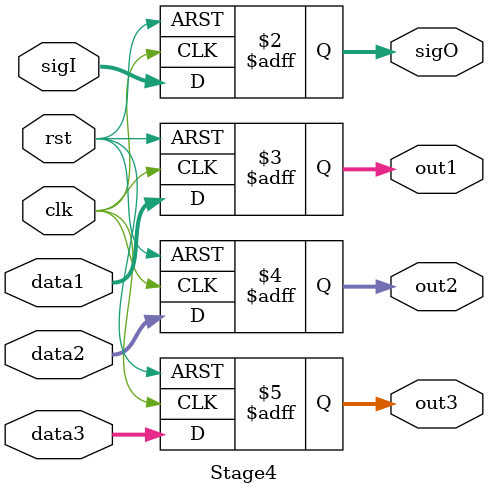
<source format=sv>
`timescale 1ns/1ns
module Stage4(clk, rst, sigI, data1, data2, data3, sigO, out1, out2, out3);
   input clk, rst;
   input[1:0] sigI;
   input[31:0]data1, data2;
   input[4:0]data3;

   output reg[1:0] sigO;
   output reg[31:0]out1, out2;
   output reg[4:0]out3;

   always@(posedge clk, posedge rst) begin
      if(rst) begin
         sigO <= 2'b0;
         out1 <= 32'b0;
         out2 <= 32'b0;
         out3 <= 5'b0;
      end
      else begin
         sigO <= sigI;
         out1 <= data1;
         out2 <= data2;
         out3 <= data3;
      end
   end
endmodule

</source>
